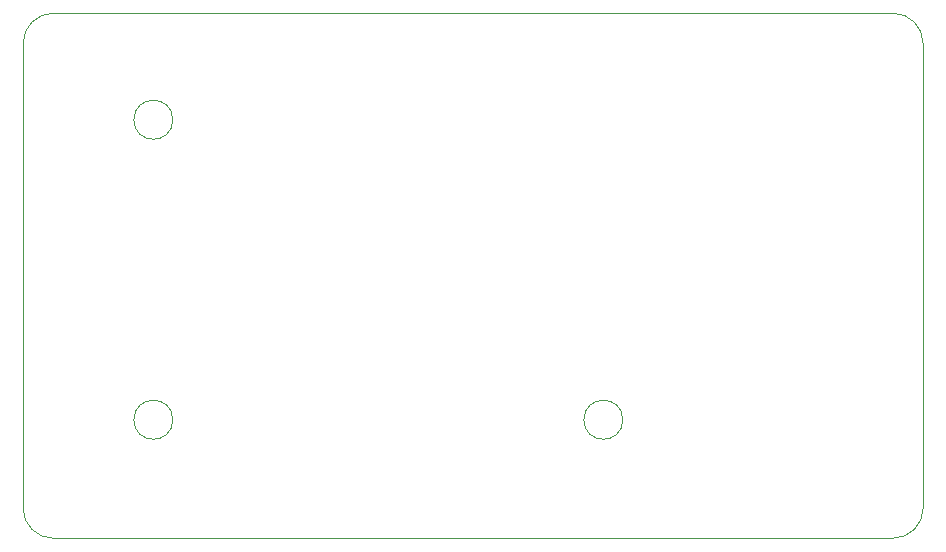
<source format=gbr>
%TF.GenerationSoftware,KiCad,Pcbnew,7.0.10*%
%TF.CreationDate,2025-02-18T11:07:05-08:00*%
%TF.ProjectId,flow-controller,666c6f77-2d63-46f6-9e74-726f6c6c6572,rev?*%
%TF.SameCoordinates,Original*%
%TF.FileFunction,Profile,NP*%
%FSLAX46Y46*%
G04 Gerber Fmt 4.6, Leading zero omitted, Abs format (unit mm)*
G04 Created by KiCad (PCBNEW 7.0.10) date 2025-02-18 11:07:05*
%MOMM*%
%LPD*%
G01*
G04 APERTURE LIST*
%TA.AperFunction,Profile*%
%ADD10C,0.100000*%
%TD*%
G04 APERTURE END LIST*
D10*
X50781949Y-123208051D02*
X50781949Y-83838051D01*
X53321949Y-81298049D02*
G75*
G03*
X50781949Y-83838051I1J-2540001D01*
G01*
X101556549Y-115715051D02*
G75*
G03*
X98254549Y-115715051I-1651000J0D01*
G01*
X98254549Y-115715051D02*
G75*
G03*
X101556549Y-115715051I1651000J0D01*
G01*
X126981949Y-83838051D02*
G75*
G03*
X124441949Y-81298051I-2540049J-49D01*
G01*
X124441949Y-125748051D02*
X53321949Y-125748051D01*
X63456549Y-90315051D02*
G75*
G03*
X60154549Y-90315051I-1651000J0D01*
G01*
X60154549Y-90315051D02*
G75*
G03*
X63456549Y-90315051I1651000J0D01*
G01*
X124441949Y-125748149D02*
G75*
G03*
X126981949Y-123208051I-49J2540049D01*
G01*
X63456549Y-115715051D02*
G75*
G03*
X60154549Y-115715051I-1651000J0D01*
G01*
X60154549Y-115715051D02*
G75*
G03*
X63456549Y-115715051I1651000J0D01*
G01*
X50781949Y-123208051D02*
G75*
G03*
X53321949Y-125748051I2539951J-49D01*
G01*
X126981949Y-83838051D02*
X126981949Y-123208051D01*
X53321949Y-81298051D02*
X124441949Y-81298051D01*
M02*

</source>
